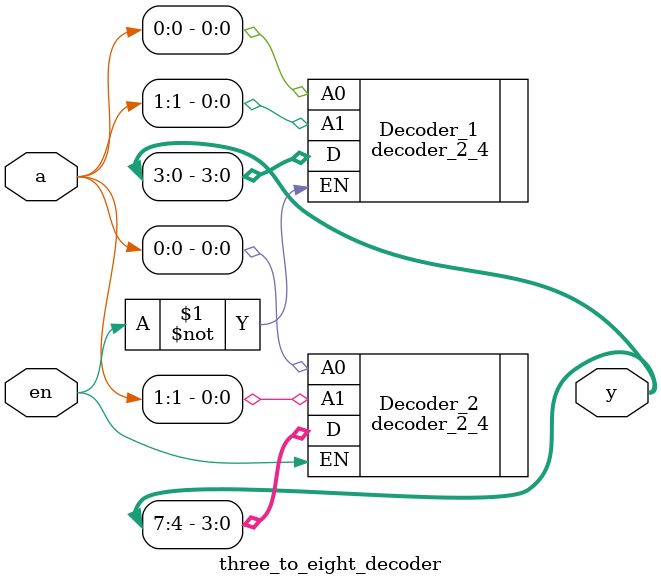
<source format=v>
`timescale 1ns / 1ps


module three_to_eight_decoder(
    input [1:0]a,
    input en,
    output [7:0]y
    );
    decoder_2_4 Decoder_1 (.EN(~en),.A0(a[0]),.A1(a[1]),.D(y[3:0]));
    decoder_2_4 Decoder_2 (.EN(en),.A0(a[0]),.A1(a[1]),.D(y[7:4]));
endmodule

</source>
